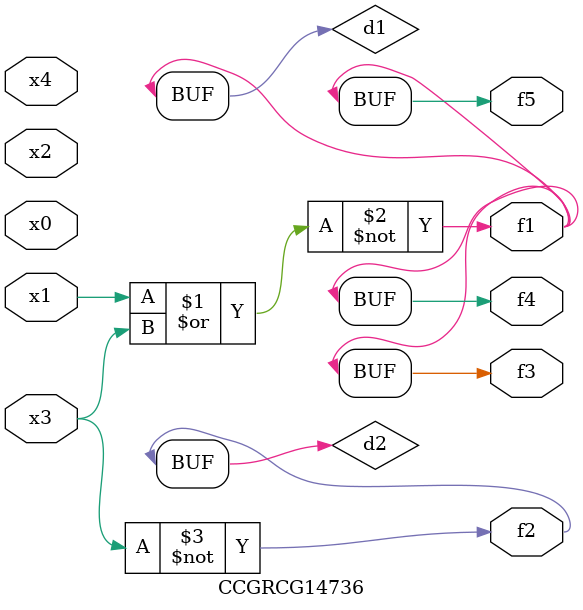
<source format=v>
module CCGRCG14736(
	input x0, x1, x2, x3, x4,
	output f1, f2, f3, f4, f5
);

	wire d1, d2;

	nor (d1, x1, x3);
	not (d2, x3);
	assign f1 = d1;
	assign f2 = d2;
	assign f3 = d1;
	assign f4 = d1;
	assign f5 = d1;
endmodule

</source>
